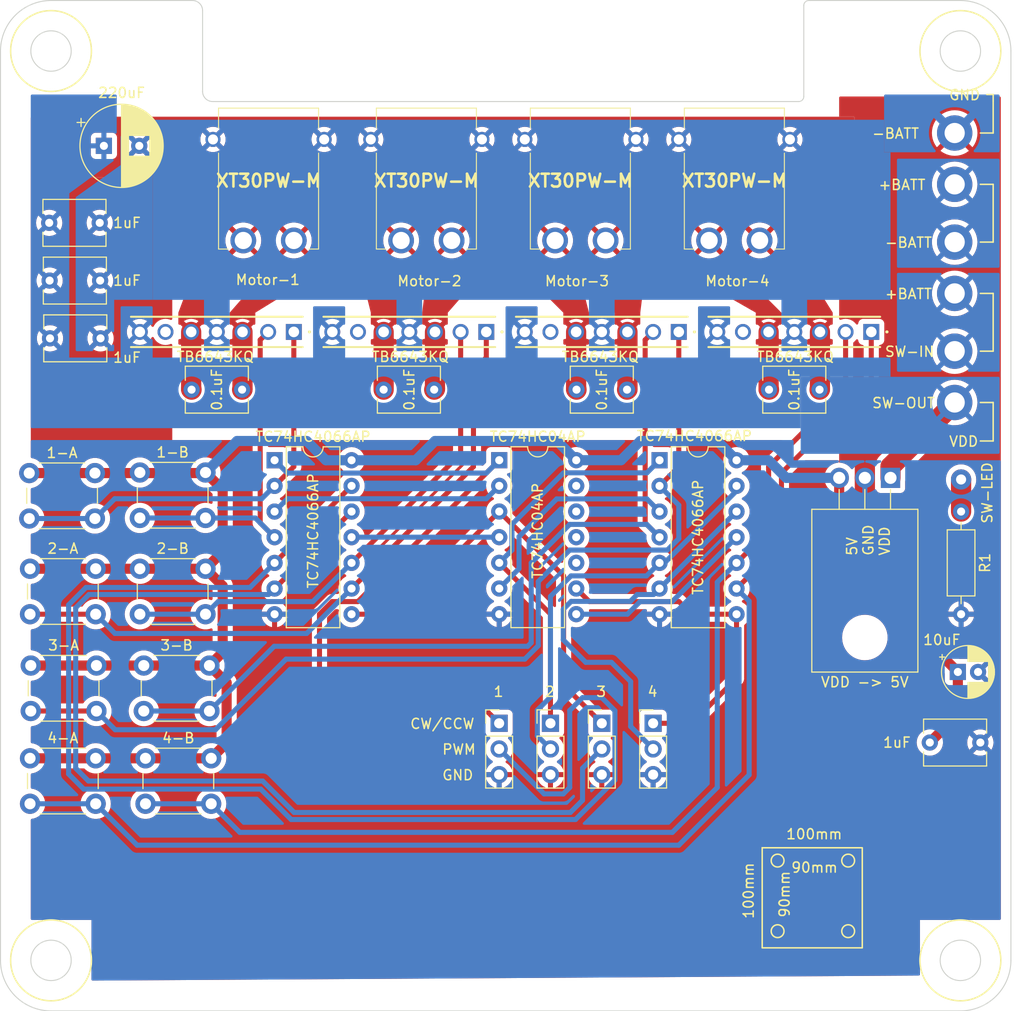
<source format=kicad_pcb>
(kicad_pcb (version 20221018) (generator pcbnew)
  (layers (0 "F.Cu" signal) (31 "B.Cu" signal) (34 "B.Paste" user) (35 "F.Paste" user) (36 "B.SilkS" user "B.Silkscreen") (37 "F.SilkS" user "F.Silkscreen") (38 "B.Mask" user) (39 "F.Mask" user) (44 "Edge.Cuts" user))
  (net 0 "")
  (net 1 "+BATT")
  (net 2 "GND")
  (net 3 "+5V")
  (net 4 "VDD")
  (net 5 "Net-(IC4-OUT1)")
  (net 6 "Net-(IC4-OUT2)")
  (net 7 "Net-(IC5-OUT1)")
  (net 8 "Net-(IC5-OUT2)")
  (net 9 "Net-(IC6-OUT1)")
  (net 10 "Net-(IC6-OUT2)")
  (net 11 "Net-(IC7-OUT1)")
  (net 12 "Net-(IC7-OUT2)")
  (net 13 "CW{slash}CCW-1")
  (net 14 "MD-1-1")
  (net 15 "r-CW{slash}CCW-1")
  (net 16 "MD-1-2")
  (net 17 "PWM-1")
  (net 18 "PWM-2")
  (net 19 "CW{slash}CCW-2")
  (net 20 "MD-2-1")
  (net 21 "MD-2-2")
  (net 22 "r-CW{slash}CCW-2")
  (net 23 "CW{slash}CCW-3")
  (net 24 "MD-3-1")
  (net 25 "r-CW{slash}CCW-3")
  (net 26 "MD-3-2")
  (net 27 "PWM-3")
  (net 28 "PWM-4")
  (net 29 "CW{slash}CCW-4")
  (net 30 "MD-4-1")
  (net 31 "MD-4-2")
  (net 32 "r-CW{slash}CCW-4")
  (net 41 "Net-(J10-Pin_1)")
  (net 42 "Net-(J11-Pin_1)")
  (footprint "Capacitor_THT:C_Disc_D6.0mm_W4.4mm_P5.00mm" (layer "F.Cu") (at 112.475 91.44)
    (fp_text reference "1uF")
    (fp_text value "1u")
  )
  (footprint "Connector_PinHeader_2.54mm:PinHeader_1x03_P2.54mm_Vertical" (layer "F.Cu") (at 69.85 89.535)
    (fp_text reference "J1" hide)
    (fp_text value "Conn_01x03_Pin")
  )
  (footprint "Capacitor_THT:C_Disc_D6.0mm_W4.4mm_P5.00mm" (layer "F.Cu") (at 82.51 56.515 180)
    (fp_text reference "0.1uF" hide)
    (fp_text value "0.1u")
  )
  (footprint "Capacitor_THT:C_Disc_D6.0mm_W4.4mm_P5.00mm" (layer "F.Cu") (at 63.42 56.515 180)
    (fp_text reference "0.1uF" hide)
    (fp_text value "0.1u")
  )
  (footprint "Package_TO_SOT_THT:TO-220F-3_Horizontal_TabDown" (layer "F.Cu") (at 108.585 65.245 180)
    (fp_text reference "VDD -> 5V")
    (fp_text value "NJM7805FA")
  )
  (footprint "TB6643KQ:TB6643KQ" (layer "F.Cu") (at 106.68 50.8 180)
    (fp_text reference "TB6643KQ" hide)
    (fp_text value "TB6643KQ" hide)
  )
  (footprint "Capacitor_THT:C_Disc_D6.0mm_W4.4mm_P5.00mm" (layer "F.Cu") (at 101.56 56.515 180)
    (fp_text reference "0.1uF" hide)
    (fp_text value "0.1u")
  )
  (footprint "Connector_PinHeader_2.54mm:PinHeader_1x03_P2.54mm_Vertical" (layer "F.Cu") (at 80.01 89.535)
    (fp_text reference "J3" hide)
    (fp_text value "Conn_01x03_Pin")
  )
  (footprint "Package_DIP:DIP-14_W7.62mm" (layer "F.Cu") (at 47.625 63.5)
    (fp_text reference "TC74HC4066AP")
    (fp_text value "TC74HC4066AP_F_")
  )
  (footprint "Button_Switch_THT:SW_PUSH_6mm" (layer "F.Cu") (at 34.29 74.24)
    (fp_text reference "2-B")
    (fp_text value "SW_Push")
  )
  (footprint "Button_Switch_THT:SW_PUSH_6mm" (layer "F.Cu") (at 23.345 64.77)
    (fp_text reference "1-A")
    (fp_text value "SW_Push")
  )
  (footprint "Package_DIP:DIP-14_W7.62mm" (layer "F.Cu") (at 85.725 63.5)
    (fp_text reference "TC74HC4066AP")
    (fp_text value "TC74HC4066AP_F_")
  )
  (footprint "Library:batterySoruce" (layer "F.Cu") (at 114.935 44.45 90)
    (fp_text reference "J9" hide)
    (fp_text value "Conn_01x02_Pin")
  )
  (footprint "Capacitor_THT:CP_Radial_D8.0mm_P3.50mm" (layer "F.Cu") (at 30.732349 32.385)
    (fp_text reference "220uF")
    (fp_text value "220u")
  )
  (footprint "Capacitor_THT:C_Disc_D6.0mm_W4.4mm_P5.00mm" (layer "F.Cu") (at 25.4 51.435)
    (fp_text reference "1uF")
    (fp_text value "1u")
  )
  (footprint "Package_DIP:DIP-14_W7.62mm" (layer "F.Cu") (at 69.86 63.495)
    (fp_text reference "TC74HC04AP")
    (fp_text value "TC74HC04AP")
  )
  (footprint "led:led_conn" (layer "F.Cu") (at 115.57 60.325)
    (fp_text reference "J11" hide)
    (fp_text value "Conn_01x01_Pin")
  )
  (footprint "XT30PW-M:XT30PWM" (layer "F.Cu") (at 47.03 35.838)
    (fp_text reference "XT30PW-M")
    (fp_text value "XT30PW-M" hide)
  )
  (footprint "XT30PW-M:XT30PWM" (layer "F.Cu") (at 62.65 35.838)
    (fp_text reference "XT30PW-M")
    (fp_text value "XT30PW-M" hide)
  )
  (footprint "XT30PW-M:XT30PWM" (layer "F.Cu") (at 93.13 35.838)
    (fp_text reference "XT30PW-M")
    (fp_text value "XT30PW-M" hide)
  )
  (footprint "Button_Switch_THT:SW_PUSH_6mm" (layer "F.Cu") (at 23.495 83.82)
    (fp_text reference "3-A")
    (fp_text value "SW_Push")
  )
  (footprint "Connector_PinHeader_2.54mm:PinHeader_1x03_P2.54mm_Vertical" (layer "F.Cu") (at 74.93 89.535)
    (fp_text reference "J2" hide)
    (fp_text value "Conn_01x03_Pin")
  )
  (footprint "Capacitor_THT:C_Disc_D6.0mm_W4.4mm_P5.00mm" (layer "F.Cu") (at 25.36 45.72)
    (fp_text reference "1uF")
    (fp_text value "1u")
  )
  (footprint "Button_Switch_THT:SW_PUSH_6mm" (layer "F.Cu") (at 23.42 74.24)
    (fp_text reference "2-A")
    (fp_text value "SW_Push")
  )
  (footprint "Connector_PinHeader_2.54mm:PinHeader_1x03_P2.54mm_Vertical" (layer "F.Cu") (at 85.09 89.535)
    (fp_text reference "J4" hide)
    (fp_text value "Conn_01x03_Pin")
  )
  (footprint "Library:batterySoruce" (layer "F.Cu") (at 114.935 33.655 90)
    (fp_text reference "J10" hide)
    (fp_text value "Conn_01x02_Pin")
  )
  (footprint "TB6643KQ:TB6643KQ" (layer "F.Cu") (at 68.58 50.8 180)
    (fp_text reference "IC5" hide)
    (fp_text value "TB6643KQ" hide)
  )
  (footprint "Capacitor_THT:C_Disc_D6.0mm_W4.4mm_P5.00mm" (layer "F.Cu") (at 25.32 40.005)
    (fp_text reference "1uF")
    (fp_text value "1u")
  )
  (footprint "TB6643KQ:TB6643KQ" (layer "F.Cu") (at 87.63 50.8 180)
    (fp_text reference "IC6" hide)
    (fp_text value "TB6643KQ" hide)
  )
  (footprint "Button_Switch_THT:SW_PUSH_6mm" (layer "F.Cu") (at 34.85 93)
    (fp_text reference "4-B")
    (fp_text value "SW_Push")
  )
  (footprint "Capacitor_THT:CP_Radial_D5.0mm_P2.00mm" (layer "F.Cu") (at 115.249888 84.455)
    (fp_text reference "10uF")
    (fp_text value "10u")
  )
  (footprint "Button_Switch_THT:SW_PUSH_6mm" (layer "F.Cu") (at 34.68 83.82)
    (fp_text reference "3-B")
    (fp_text value "SW_Push")
  )
  (footprint "TB6643KQ:TB6643KQ" (layer "F.Cu") (at 49.53 50.8 180)
    (fp_text reference "IC4" hide)
    (fp_text value "TB6643KQ" hide)
  )
  (footprint "Capacitor_THT:C_Disc_D6.0mm_W4.4mm_P5.00mm" (layer "F.Cu") (at 44.41 56.515 180)
    (fp_text reference "0.1uF" hide)
    (fp_text value "0.1u")
  )
  (footprint "Library:batterySoruce" (layer "F.Cu") (at 114.935 55.245 -90)
    (fp_text reference "SW9" hide)
    (fp_text value "SW_Push")
  )
  (footprint "Button_Switch_THT:SW_PUSH_6mm" (layer "F.Cu") (at 23.42 93)
    (fp_text reference "4-A")
    (fp_text value "SW_Push")
  )
  (footprint "Resistor_THT:R_Axial_DIN0207_L6.3mm_D2.5mm_P10.16mm_Horizontal" (layer "F.Cu") (at 115.57 68.58 -90)
    (fp_text reference "R1")
    (fp_text value "R")
  )
  (footprint "XT30PW-M:XT30PWM" (layer "F.Cu") (at 77.89 35.838)
    (fp_text reference "XT30PW-M")
    (fp_text value "XT30PW-M" hide)
  )
  (footprint "Button_Switch_THT:SW_PUSH_6mm" (layer "F.Cu") (at 34.29 64.715)
    (fp_text reference "1-B")
    (fp_text value "SW_Push")
  )
  (gr_line (start 117.475 31.115) (end 118.745 31.115) (stroke (width 0.15)) (layer "F.SilkS"))
  (gr_line (start 118.745 61.595) (end 117.475 61.595) (stroke (width 0.15)) (layer "F.SilkS"))
  (gr_circle (center 25.5 113) (end 25.5 117) (stroke (width 0.15)) (fill none) (layer "F.SilkS"))
  (gr_line (start 118.745 41.91) (end 117.475 41.91) (stroke (width 0.15)) (layer "F.SilkS"))
  (gr_line (start 118.745 36.195) (end 118.745 41.91) (stroke (width 0.15)) (layer "F.SilkS"))
  (gr_circle (center 115.5 23) (end 115.5 19) (stroke (width 0.15)) (fill none) (layer "F.SilkS"))
  (gr_line (start 118.745 57.785) (end 118.745 61.595) (stroke (width 0.15)) (layer "F.SilkS"))
  (gr_line (start 117.475 36.195) (end 118.745 36.195) (stroke (width 0.15)) (layer "F.SilkS"))
  (gr_line (start 117.475 57.785) (end 118.745 57.785) (stroke (width 0.15)) (layer "F.SilkS"))
  (gr_circle (center 97.409 103.124) (end 97.409 102.489) (stroke (width 0.15)) (fill none) (layer "F.SilkS"))
  (gr_circle (center 97.409 110.109) (end 97.409 110.744) (stroke (width 0.15)) (fill none) (layer "F.SilkS"))
  (gr_line (start 118.745 27.94) (end 118.745 27.305) (stroke (width 0.15)) (layer "F.SilkS"))
  (gr_line (start 118.745 46.99) (end 118.745 52.705) (stroke (width 0.15)) (layer "F.SilkS"))
  (gr_circle (center 115.5 113) (end 115.5 117) (stroke (width 0.15)) (fill none) (layer "F.SilkS"))
  (gr_line (start 118.745 31.115) (end 118.745 27.94) (stroke (width 0.15)) (layer "F.SilkS"))
  (gr_rect (start 95.885 101.854) (end 105.791 111.76) (stroke (width 0.15)) (fill none) (layer "F.SilkS"))
  (gr_circle (center 104.394 103.124) (end 104.394 102.489) (stroke (width 0.15)) (fill none) (layer "F.SilkS"))
  (gr_circle (center 104.394 110.109) (end 104.394 110.744) (stroke (width 0.15)) (fill none) (layer "F.SilkS"))
  (gr_line (start 118.745 27.305) (end 118.11 27.305) (stroke (width 0.15)) (layer "F.SilkS"))
  (gr_line (start 118.745 52.705) (end 117.475 52.705) (stroke (width 0.15)) (layer "F.SilkS"))
  (gr_circle (center 25.5 23) (end 25.5 19) (stroke (width 0.15)) (fill none) (layer "F.SilkS"))
  (gr_line (start 117.475 46.99) (end 118.745 46.99) (stroke (width 0.15)) (layer "F.SilkS"))
  (gr_circle (center 115.5 113) (end 115.5 115) (stroke (width 0.1)) (fill none) (layer "Edge.Cuts"))
  (gr_arc (start 25.5 118) (mid 21.964466 116.535534) (end 20.5 113) (stroke (width 0.1)) (layer "Edge.Cuts"))
  (gr_line (start 25.5 118) (end 115.5 118) (stroke (width 0.1)) (layer "Edge.Cuts"))
  (gr_arc (start 100 27.5) (mid 99.853553 27.853553) (end 99.5 28) (stroke (width 0.1)) (layer "Edge.Cuts"))
  (gr_arc (start 20.5 23) (mid 21.964466 19.464466) (end 25.5 18) (stroke (width 0.1)) (layer "Edge.Cuts"))
  (gr_circle (center 25.5 23) (end 25.5 25) (stroke (width 0.1)) (fill none) (layer "Edge.Cuts"))
  (gr_arc (start 39.5 18) (mid 40.207107 18.292893) (end 40.5 19) (stroke (width 0.1)) (layer "Edge.Cuts"))
  (gr_line (start 100 27.5) (end 100 18.5) (stroke (width 0.1)) (layer "Edge.Cuts"))
  (gr_line (start 41.5 28) (end 99.5 28) (stroke (width 0.1)) (layer "Edge.Cuts"))
  (gr_line (start 120.5 23) (end 120.5 113) (stroke (width 0.1)) (layer "Edge.Cuts"))
  (gr_arc (start 115.5 18) (mid 119.035534 19.464466) (end 120.5 23) (stroke (width 0.1)) (layer "Edge.Cuts"))
  (gr_arc (start 120.5 113) (mid 119.035534 116.535534) (end 115.5 118) (stroke (width 0.1)) (layer "Edge.Cuts"))
  (gr_line (start 100.5 18) (end 115.5 18) (stroke (width 0.1)) (layer "Edge.Cuts"))
  (gr_arc (start 41.5 28) (mid 40.792893 27.707107) (end 40.5 27) (stroke (width 0.1)) (layer "Edge.Cuts"))
  (gr_arc (start 100 18.5) (mid 100.146447 18.146447) (end 100.5 18) (stroke (width 0.1)) (layer "Edge.Cuts"))
  (gr_circle (center 25.5 113) (end 25.5 115) (stroke (width 0.1)) (fill none) (layer "Edge.Cuts"))
  (gr_line (start 25.5 18) (end 39.5 18) (stroke (width 0.1)) (layer "Edge.Cuts"))
  (gr_line (start 20.5 113) (end 20.5 23) (stroke (width 0.1)) (layer "Edge.Cuts"))
  (gr_line (start 40.5 19) (end 40.5 27) (stroke (width 0.1)) (layer "Edge.Cuts"))
  (gr_circle (center 115.5 23) (end 115.5 25) (stroke (width 0.1)) (fill none) (layer "Edge.Cuts"))
  (gr_text "0.1uF" (at 60.96 56.515 90) (layer "F.SilkS") (effects (font (size 1 1))))
  (gr_text "+BATT" (at 107.95 47.625) (layer "F.SilkS") (effects (font (size 1 1)) (justify left bottom)))
  (gr_text "4" (at 84.455 86.995) (layer "F.SilkS") (effects (font (size 1 1)) (justify left bottom)))
  (gr_text "0.1uF" (at 41.91 56.515 90) (layer "F.SilkS") (effects (font (size 1 1))))
  (gr_text "Motor-1" (at 43.688 46.228) (layer "F.SilkS") (effects (font (size 1 1)) (justify left bottom)))
  (gr_text "+BATT" (at 107.315 36.83) (layer "F.SilkS") (effects (font (size 1 1)) (justify left bottom)))
  (gr_text "VDD" (at 114.3 62.23) (layer "F.SilkS") (effects (font (size 1 1)) (justify left bottom)))
  (gr_text "TC74HC4066AP" (at 51.435 70.485 90) (layer "F.SilkS") (effects (font (size 1 1))))
  (gr_text "100mm" (at 98.171 101.092) (layer "F.SilkS") (effects (font (size 1 1)) (justify left bottom)))
  (gr_text "2" (at 74.295 86.995) (layer "F.SilkS") (effects (font (size 1 1)) (justify left bottom)))
  (gr_text "-BATT" (at 107.95 42.545) (layer "F.SilkS") (effects (font (size 1 1)) (justify left bottom)))
  (gr_text "90mm" (at 98.679 104.394) (layer "F.SilkS") (effects (font (size 1 1)) (justify left bottom)))
  (gr_text "90mm" (at 98.679 108.839 90) (layer "F.SilkS") (effects (font (size 1 1)) (justify left bottom)))
  (gr_text "Motor-4" (at 90.17 46.355) (layer "F.SilkS") (effects (font (size 1 1)) (justify left bottom)))
  (gr_text "GND" (at 64.135 95.25) (layer "F.SilkS") (effects (font (size 1 1)) (justify left bottom)))
  (gr_text "CW/CCW" (at 60.96 90.17) (layer "F.SilkS") (effects (font (size 1 1)) (justify left bottom)))
  (gr_text "SW-LED" (at 118.745 69.85 90) (layer "F.SilkS") (effects (font (size 1 1)) (justify left bottom)))
  (gr_text "0.1uF" (at 80.01 56.515 90) (layer "F.SilkS") (effects (font (size 1 1))))
  (gr_text "PWM" (at 64.135 92.71) (layer "F.SilkS") (effects (font (size 1 1)) (justify left bottom)))
  (gr_text "100mm" (at 95.123 108.966 90) (layer "F.SilkS") (effects (font (size 1 1)) (justify left bottom)))
  (gr_text "TC74HC4066AP" (at 89.535 71.12 90) (layer "F.SilkS") (effects (font (size 1 1))))
  (gr_text "3" (at 79.375 86.995) (layer "F.SilkS") (effects (font (size 1 1)) (justify left bottom)))
  (gr_text "SW-IN" (at 107.95 53.34) (layer "F.SilkS") (effects (font (size 1 1)) (justify left bottom)))
  (gr_text "1" (at 69.215 86.995) (layer "F.SilkS") (effects (font (size 1 1)) (justify left bottom)))
  (gr_text "-BATT" (at 106.68 31.75) (layer "F.SilkS") (effects (font (size 1 1)) (justify left bottom)))
  (gr_text "GND" (at 114.3 27.94) (layer "F.SilkS") (effects (font (size 1 1)) (justify left bottom)))
  (gr_text "Motor-3" (at 74.295 46.355) (layer "F.SilkS") (effects (font (size 1 1)) (justify left bottom)))
  (gr_text "5V\nGND\nVDD" (at 108.585 73.025 90) (layer "F.SilkS") (effects (font (size 1 1)) (justify left bottom)))
  (gr_text "TC74HC04AP" (at 73.66 70.485 90) (layer "F.SilkS") (effects (font (size 1 1))))
  (gr_text "TB6643KQ" (at 75.946 53.848) (layer "F.SilkS") (effects (font (size 1 1)) (justify left bottom)))
  (gr_text "TB6643KQ" (at 95.25 53.848) (layer "F.SilkS") (effects (font (size 1 1)) (justify left bottom)))
  (gr_text "TB6643KQ" (at 37.846 53.848) (layer "F.SilkS") (effects (font (size 1 1)) (justify left bottom)))
  (gr_text "0.1uF" (at 99.06 56.515 90) (layer "F.SilkS") (effects (font (size 1 1))))
  (gr_text "SW-OUT" (at 106.68 58.42) (layer "F.SilkS") (effects (font (size 1 1)) (justify left bottom)))
  (gr_text "Motor-2" (at 59.69 46.355) (layer "F.SilkS") (effects (font (size 1 1)) (justify left bottom)))
  (gr_text "TB6643KQ" (at 57.15 53.848) (layer "F.SilkS") (effects (font (size 1 1)) (justify left bottom)))
  (segment (start 106.045 68.545) (end 106.5 69) (width 2) (layer "F.Cu") (net 2))
  (segment (start 106.045 65.245) (end 106.045 60.955) (width 2) (layer "F.Cu") (net 2))
  (segment (start 106.045 60.955) (end 107 60) (width 2) (layer "F.Cu") (net 2))
  (segment (start 106.045 65.245) (end 106.045 68.545) (width 2) (layer "F.Cu") (net 2))
  (segment (start 42.88 85.52) (end 42.88 91.47) (width 1) (layer "F.Cu") (net 3))
  (segment (start 103.505 72.710112) (end 115.249888 84.455) (width 1) (layer "F.Cu") (net 3))
  (segment (start 23.495 83.82) (end 41.18 83.82) (width 1) (layer "F.Cu") (net 3))
  (segment (start 41.18 83.82) (end 42.88 85.52) (width 1) (layer "F.Cu") (net 3))
  (segment (start 40.79 74.24) (end 42.49 75.94) (width 1) (layer "F.Cu") (net 3))
  (segment (start 112.475 91.44) (end 115.249888 88.665112) (width 1) (layer "F.Cu") (net 3))
  (segment (start 40.79 64.715) (end 42.49 66.415) (width 1) (layer "F.Cu") (net 3))
  (segment (start 23.42 93) (end 41.35 93) (width 1) (layer "F.Cu") (net 3))
  (segment (start 42.49 82.51) (end 41.18 83.82) (width 1) (layer "F.Cu") (net 3))
  (segment (start 103.505 65.245) (end 103.505 72.710112) (width 1) (layer "F.Cu") (net 3))
  (segment (start 42.49 72.54) (end 40.79 74.24) (width 1) (layer "F.Cu") (net 3))
  (segment (start 40.735 64.77) (end 40.79 64.715) (width 1) (layer "F.Cu") (net 3))
  (segment (start 115.249888 88.665112) (end 115.249888 84.455) (width 1) (layer "F.Cu") (net 3))
  (segment (start 42.49 66.415) (end 42.49 72.54) (width 1) (layer "F.Cu") (net 3))
  (segment (start 23.345 64.77) (end 40.735 64.77) (width 1) (layer "F.Cu") (net 3))
  (segment (start 42.88 91.47) (end 41.35 93) (width 1) (layer "F.Cu") (net 3))
  (segment (start 23.42 74.24) (end 40.79 74.24) (width 1) (layer "F.Cu") (net 3))
  (segment (start 42.49 75.94) (end 42.49 82.51) (width 1) (layer "F.Cu") (net 3))
  (segment (start 91.44 61.595) (end 93.345 63.5) (width 1) (layer "B.Cu") (net 3))
  (segment (start 43.91 61.595) (end 40.79 64.715) (width 1) (layer "B.Cu") (net 3))
  (segment (start 55.245 63.5) (end 52.705 63.5) (width 1) (layer "B.Cu") (net 3))
  (segment (start 52.705 63.5) (end 50.8 61.595) (width 1) (layer "B.Cu") (net 3))
  (segment (start 55.245 63.5) (end 61.595 63.5) (width 1) (layer "B.Cu") (net 3))
  (segment (start 63.5 61.595) (end 75.58 61.595) (width 1) (layer "B.Cu") (net 3))
  (segment (start 77.48 63.495) (end 81.92 63.495) (width 1) (layer "B.Cu") (net 3))
  (segment (start 93.345 63.5) (end 96.52 63.5) (width 1) (layer "B.Cu") (net 3))
  (segment (start 81.92 63.495) (end 83.82 61.595) (width 1) (layer "B.Cu") (net 3))
  (segment (start 50.8 61.595) (end 43.91 61.595) (width 1) (layer "B.Cu") (net 3))
  (segment (start 75.58 61.595) (end 77.48 63.495) (width 1) (layer "B.Cu") (net 3))
  (segment (start 98.265 65.245) (end 103.505 65.245) (width 1) (layer "B.Cu") (net 3))
  (segment (start 96.52 63.5) (end 98.265 65.245) (width 1) (layer "B.Cu") (net 3))
  (segment (start 29.9 64.715) (end 29.845 64.77) (width 1) (layer "B.Cu") (net 3))
  (segment (start 61.595 63.5) (end 63.5 61.595) (width 1) (layer "B.Cu") (net 3))
  (segment (start 83.82 61.595) (end 91.44 61.595) (width 1) (layer "B.Cu") (net 3))
  (segment (start 108.585 65.245) (end 108.585 64.135) (width 2) (layer "F.Cu") (net 4))
  (segment (start 108.585 64.135) (end 114.935 57.785) (width 2) (layer "F.Cu") (net 4))
  (segment (start 44.45 50.8) (end 44.45 56.475) (width 2) (layer "F.Cu") (net 5))
  (segment (start 44.45 56.475) (end 44.41 56.515) (width 2) (layer "F.Cu") (net 5))
  (segment (start 39.37 56.475) (end 39.41 56.515) (width 2) (layer "F.Cu") (net 6))
  (segment (start 39.37 50.8) (end 39.37 56.475) (width 2) (layer "F.Cu") (net 6))
  (segment (start 63.5 56.435) (end 63.42 56.515) (width 2) (layer "F.Cu") (net 7))
  (segment (start 63.5 50.8) (end 63.5 56.435) (width 2) (layer "F.Cu") (net 7))
  (segment (start 58.42 50.8) (end 58.42 56.515) (width 2) (layer "F.Cu") (net 8))
  (segment (start 82.55 56.475) (end 82.51 56.515) (width 2) (layer "F.Cu") (net 9))
  (segment (start 82.55 50.8) (end 82.55 56.475) (width 2) (layer "F.Cu") (net 9))
  (segment (start 77.47 56.475) (end 77.51 56.515) (width 2) (layer "F.Cu") (net 10))
  (segment (start 77.47 50.8) (end 77.47 56.475) (width 2) (layer "F.Cu") (net 10))
  (segment (start 101.6 50.8) (end 101.6 56.475) (width 2) (layer "F.Cu") (net 11))
  (segment (start 101.6 56.475) (end 101.56 56.515) (width 2) (layer "F.Cu") (net 11))
  (segment (start 96.52 50.8) (end 96.52 56.475) (width 2) (layer "F.Cu") (net 12))
  (segment (start 96.52 56.475) (end 96.56 56.515) (width 2) (layer "F.Cu") (net 12))
  (segment (start 52.07 86.36) (end 52.07 78.74) (width 0.5) (layer "F.Cu") (net 13))
  (segment (start 52.07 78.74) (end 53.32 77.49) (width 0.5) (layer "F.Cu") (net 13))
  (segment (start 55.865 77.49) (end 69.86 63.495) (width 0.5) (layer "F.Cu") (net 13))
  (segment (start 53.517475 87.807475) (end 52.07 86.36) (width 0.5) (layer "F.Cu") (net 13))
  (segment (start 68.122475 87.807475) (end 53.517475 87.807475) (width 0.5) (layer "F.Cu") (net 13))
  (segment (start 53.32 77.49) (end 55.865 77.49) (width 0.5) (layer "F.Cu") (net 13))
  (segment (start 69.85 89.535) (end 68.122475 87.807475) (width 0.5) (layer "F.Cu") (net 13))
  (segment (start 48.895 64.77) (end 47.625 63.5) (width 0.5) (layer "B.Cu") (net 13))
  (segment (start 69.86 63.495) (end 68.585 64.77) (width 0.5) (layer "B.Cu") (net 13))
  (segment (start 68.585 64.77) (end 48.895 64.77) (width 0.5) (layer "B.Cu") (net 13))
  (segment (start 49.53 64.135) (end 47.625 66.04) (width 0.5) (layer "F.Cu") (net 14))
  (segment (start 49.53 50.8) (end 49.53 64.135) (width 0.5) (layer "F.Cu") (net 14))
  (segment (start 46.355 67.31) (end 47.625 66.04) (width 0.5) (layer "B.Cu") (net 14))
  (segment (start 31.805 67.31) (end 46.355 67.31) (width 0.5) (layer "B.Cu") (net 14))
  (segment (start 23.345 69.27) (end 29.845 69.27) (width 0.5) (layer "B.Cu") (net 14))
  (segment (start 29.845 69.27) (end 31.805 67.31) (width 0.5) (layer "B.Cu") (net 14))
  (segment (start 47.625 68.58) (end 48.895 67.31) (width 0.5) (layer "B.Cu") (net 15))
  (segment (start 48.895 67.31) (end 68.585 67.31) (width 0.5) (layer "B.Cu") (net 15))
  (segment (start 68.585 67.31) (end 69.86 66.035) (width 0.5) (layer "B.Cu") (net 15))
  (segment (start 46.2025 69.6975) (end 47.625 71.12) (width 0.5) (layer "F.Cu") (net 16))
  (segment (start 46.2025 51.5875) (end 46.2025 69.6975) (width 0.5) (layer "F.Cu") (net 16))
  (segment (start 46.99 50.8) (end 46.2025 51.5875) (width 0.5) (layer "F.Cu") (net 16))
  (segment (start 45.72 69.215) (end 47.625 71.12) (width 0.5) (layer "B.Cu") (net 16))
  (segment (start 40.79 69.215) (end 45.72 69.215) (width 0.5) (layer "B.Cu") (net 16))
  (segment (start 34.29 69.215) (end 40.79 69.215) (width 0.5) (layer "B.Cu") (net 16))
  (segment (start 47.625 73.66) (end 55.245 66.04) (width 0.5) (layer "F.Cu") (net 17))
  (segment (start 76.835 95.885) (end 76.2 96.52) (width 0.5) (layer "B.Cu") (net 17))
  (segment (start 78.105 86.995) (end 76.835 88.265) (width 0.5) (layer "B.Cu") (net 17))
  (segment (start 27.24 77.81505) (end 27.24 94.55) (width 0.5) (layer "B.Cu") (net 17))
  (segment (start 76.835 88.265) (end 76.835 95.885) (width 0.5) (layer "B.Cu") (net 17))
  (segment (start 77.403478 99.06) (end 81.31 95.153478) (width 0.5) (layer "B.Cu") (net 17))
  (segment (start 76.2 96.52) (end 74.295 96.52) (width 0.5) (layer "B.Cu") (net 17))
  (segment (start 47.625 73.66) (end 45.195 76.09) (width 0.5) (layer "B.Cu") (net 17))
  (segment (start 27.24 94.55) (end 28.74 96.05) (width 0.5) (layer "B.Cu") (net 17))
  (segment (start 49.267651 99.06) (end 77.403478 99.06) (width 0.5) (layer "B.Cu") (net 17))
  (segment (start 80.01 86.995) (end 78.105 86.995) (width 0.5) (layer "B.Cu") (net 17))
  (segment (start 28.96505 76.09) (end 27.24 77.81505) (width 0.5) (layer "B.Cu") (net 17))
  (segment (start 28.74 96.05) (end 46.257651 96.05) (width 0.5) (layer "B.Cu") (net 17))
  (segment (start 74.295 96.52) (end 69.85 92.075) (width 0.5) (layer "B.Cu") (net 17))
  (segment (start 81.31 95.153478) (end 81.31 88.295) (width 0.5) (layer "B.Cu") (net 17))
  (segment (start 46.257651 96.05) (end 49.267651 99.06) (width 0.5) (layer "B.Cu") (net 17))
  (segment (start 45.195 76.09) (end 28.96505 76.09) (width 0.5) (layer "B.Cu") (net 17))
  (segment (start 81.31 88.295) (end 80.01 86.995) (width 0.5) (layer "B.Cu") (net 17))
  (segment (start 55.245 68.58) (end 47.625 76.2) (width 0.5) (layer "F.Cu") (net 18))
  (segment (start 27.94 93.98) (end 29.21 95.25) (width 0.5) (layer "B.Cu") (net 18))
  (segment (start 29.21 95.25) (end 46.447601 95.25) (width 0.5) (layer "B.Cu") (net 18))
  (segment (start 27.94 78.105) (end 27.94 93.98) (width 0.5) (layer "B.Cu") (net 18))
  (segment (start 78.105 93.98) (end 80.01 92.075) (width 0.5) (layer "B.Cu") (net 18))
  (segment (start 29.255 76.79) (end 27.94 78.105) (width 0.5) (layer "B.Cu") (net 18))
  (segment (start 47.625 76.2) (end 47.035 76.79) (width 0.5) (layer "B.Cu") (net 18))
  (segment (start 78.105 97.155) (end 78.105 93.98) (width 0.5) (layer "B.Cu") (net 18))
  (segment (start 47.035 76.79) (end 29.255 76.79) (width 0.5) (layer "B.Cu") (net 18))
  (segment (start 76.9 98.36) (end 78.105 97.155) (width 0.5) (layer "B.Cu") (net 18))
  (segment (start 49.557601 98.36) (end 76.9 98.36) (width 0.5) (layer "B.Cu") (net 18))
  (segment (start 46.447601 95.25) (end 49.557601 98.36) (width 0.5) (layer "B.Cu") (net 18))
  (segment (start 76.23 74.945) (end 69.86 68.575) (width 0.5) (layer "F.Cu") (net 19))
  (segment (start 69.86 68.575) (end 69.855 68.575) (width 0.5) (layer "F.Cu") (net 19))
  (segment (start 69.855 68.575) (end 59.69 78.74) (width 0.5) (layer "F.Cu") (net 19))
  (segment (start 76.23 85.755) (end 76.23 74.945) (width 0.5) (layer "F.Cu") (net 19))
  (segment (start 80.01 89.535) (end 76.23 85.755) (width 0.5) (layer "F.Cu") (net 19))
  (segment (start 59.69 78.74) (end 55.245 78.74) (width 0.5) (layer "F.Cu") (net 19))
  (segment (start 68.58 53.34) (end 67.31 54.61) (width 0.5) (layer "F.Cu") (net 20))
  (segment (start 67.31 64.135) (end 55.245 76.2) (width 0.5) (layer "F.Cu") (net 20))
  (segment (start 23.42 78.74) (end 29.92 78.74) (width 0.5) (layer "F.Cu") (net 20))
  (segment (start 68.58 50.8) (end 68.58 53.34) (width 0.5) (layer "F.Cu") (net 20))
  (segment (start 67.31 54.61) (end 67.31 64.135) (width 0.5) (layer "F.Cu") (net 20))
  (segment (start 29.92 78.74) (end 31.825 80.645) (width 0.5) (layer "B.Cu") (net 20))
  (segment (start 50.8 80.645) (end 55.245 76.2) (width 0.5) (layer "B.Cu") (net 20))
  (segment (start 31.825 80.645) (end 50.8 80.645) (width 0.5) (layer "B.Cu") (net 20))
  (segment (start 66.04 62.865) (end 55.245 73.66) (width 0.5) (layer "F.Cu") (net 21))
  (segment (start 66.04 50.8) (end 66.04 62.865) (width 0.5) (layer "F.Cu") (net 21))
  (segment (start 42.04 77.49) (end 51.415 77.49) (width 0.5) (layer "B.Cu") (net 21))
  (segment (start 40.79 78.74) (end 42.04 77.49) (width 0.5) (layer "B.Cu") (net 21))
  (segment (start 51.415 77.49) (end 55.245 73.66) (width 0.5) (layer "B.Cu") (net 21))
  (segment (start 34.29 78.74) (end 40.79 78.74) (width 0.5) (layer "B.Cu") (net 21))
  (segment (start 69.86 71.115) (end 55.25 71.115) (width 0.5) (layer "B.Cu") (net 22))
  (segment (start 55.25 71.115) (end 55.245 71.12) (width 0.5) (layer "B.Cu") (net 22))
  (segment (start 74.93 78.725) (end 69.86 73.655) (width 0.5) (layer "F.Cu") (net 23))
  (segment (start 74.93 89.535) (end 74.93 78.725) (width 0.5) (layer "F.Cu") (net 23))
  (segment (start 69.86 73.655) (end 71.12 72.395) (width 0.5) (layer "B.Cu") (net 23))
  (segment (start 84.48 64.745) (end 85.725 63.5) (width 0.5) (layer "B.Cu") (net 23))
  (segment (start 76.225 64.745) (end 84.48 64.745) (width 0.5) (layer "B.Cu") (net 23))
  (segment (start 71.12 69.85) (end 76.225 64.745) (width 0.5) (layer "B.Cu") (net 23))
  (segment (start 71.12 72.395) (end 71.12 69.85) (width 0.5) (layer "B.Cu") (net 23))
  (segment (start 23.495 88.32) (end 29.995 88.32) (width 0.5) (layer "F.Cu") (net 24))
  (segment (start 87.63 50.8) (end 87.63 64.135) (width 0.5) (layer "F.Cu") (net 24))
  (segment (start 87.63 64.135) (end 85.725 66.04) (width 0.5) (layer "F.Cu") (net 24))
  (segment (start 87.63 71.257233) (end 87.63 67.945) (width 0.5) (layer "B.Cu") (net 24))
  (segment (start 29.995 88.32) (end 31.845 90.17) (width 0.5) (layer "B.Cu") (net 24))
  (segment (start 87.63 67.945) (end 85.725 66.04) (width 0.5) (layer "B.Cu") (net 24))
  (segment (start 72.39 83.185) (end 73.725 81.849999) (width 0.5) (layer "B.Cu") (net 24))
  (segment (start 73.725 81.849999) (end 73.725 75.5) (width 0.5) (layer "B.Cu") (net 24))
  (segment (start 41.777652 90.17) (end 48.762652 83.185) (width 0.5) (layer "B.Cu") (net 24))
  (segment (start 48.762652 83.185) (end 72.39 83.185) (width 0.5) (layer "B.Cu") (net 24))
  (segment (start 76.835 72.39) (end 86.497233 72.39) (width 0.5) (layer "B.Cu") (net 24))
  (segment (start 86.497233 72.39) (end 87.63 71.257233) (width 0.5) (layer "B.Cu") (net 24))
  (segment (start 73.725 75.5) (end 76.835 72.39) (width 0.5) (layer "B.Cu") (net 24))
  (segment (start 31.845 90.17) (end 41.777652 90.17) (width 0.5) (layer "B.Cu") (net 24))
  (segment (start 71.82 71.055) (end 75.55 67.325) (width 0.5) (layer "B.Cu") (net 25))
  (segment (start 75.55 67.325) (end 84.47 67.325) (width 0.5) (layer "B.Cu") (net 25))
  (segment (start 84.47 67.325) (end 85.725 68.58) (width 0.5) (layer "B.Cu") (net 25))
  (segment (start 69.86 76.195) (end 69.86 76.19) (width 0.5) (layer "B.Cu") (net 25))
  (segment (start 71.82 74.23) (end 71.82 71.055) (width 0.5) (layer "B.Cu") (net 25))
  (segment (start 69.86 76.19) (end 71.82 74.23) (width 0.5) (layer "B.Cu") (net 25))
  (segment (start 84.3025 69.6975) (end 85.725 71.12) (width 0.5) (layer "F.Cu") (net 26))
  (segment (start 84.3025 51.5875) (end 84.3025 69.6975) (width 0.5) (layer "F.Cu") (net 26))
  (segment (start 85.09 50.8) (end 84.3025 51.5875) (width 0.5) (layer "F.Cu") (net 26))
  (segment (start 73.025 81.56005) (end 73.025 73.66) (width 0.5) (layer "B.Cu") (net 26))
  (segment (start 76.835 69.85) (end 84.455 69.85) (width 0.5) (layer "B.Cu") (net 26))
  (segment (start 41.18 88.32) (end 47.585 81.915) (width 0.5) (layer "B.Cu") (net 26))
  (segment (start 34.68 88.32) (end 41.18 88.32) (width 0.5) (layer "B.Cu") (net 26))
  (segment (start 72.67005 81.915) (end 73.025 81.56005) (width 0.5) (layer "B.Cu") (net 26))
  (segment (start 47.585 81.915) (end 72.67005 81.915) (width 0.5) (layer "B.Cu") (net 26))
  (segment (start 84.455 69.85) (end 85.725 71.12) (width 0.5) (layer "B.Cu") (net 26))
  (segment (start 73.025 73.66) (end 76.835 69.85) (width 0.5) (layer "B.Cu") (net 26))
  (segment (start 85.725 73.66) (end 84.44 74.945) (width 0.5) (layer "B.Cu") (net 27))
  (segment (start 73.63 90.775) (end 74.93 92.075) (width 0.5) (layer "B.Cu") (net 27))
  (segment (start 74.93 76.977233) (end 74.93 86.935) (width 0.5) (layer "B.Cu") (net 27))
  (segment (start 74.93 86.935) (end 73.63 88.235) (width 0.5) (layer "B.Cu") (net 27))
  (segment (start 93.345 66.532183) (end 86.217183 73.66) (width 0.5) (layer "B.Cu") (net 27))
  (segment (start 86.217183 73.66) (end 85.725 73.66) (width 0.5) (layer "B.Cu") (net 27))
  (segment (start 93.345 66.04) (end 93.345 66.532183) (width 0.5) (layer "B.Cu") (net 27))
  (segment (start 84.44 74.945) (end 76.962233 74.945) (width 0.5) (layer "B.Cu") (net 27))
  (segment (start 76.962233 74.945) (end 74.93 76.977233) (width 0.5) (layer "B.Cu") (net 27))
  (segment (start 73.63 88.235) (end 73.63 90.775) (width 0.5) (layer "B.Cu") (net 27))
  (segment (start 93.345 68.58) (end 85.725 76.2) (width 0.5) (layer "B.Cu") (net 28))
  (segment (start 82.83005 77.47) (end 76.977233 77.47) (width 0.5) (layer "B.Cu") (net 28))
  (segment (start 80.9625 83.5025) (end 82.8675 85.4075) (width 0.5) (layer "B.Cu") (net 28))
  (segment (start 85.725 76.2) (end 85.135 76.79) (width 0.5) (layer "B.Cu") (net 28))
  (segment (start 82.8675 85.4075) (end 82.8675 89.8525) (width 0.5) (layer "B.Cu") (net 28))
  (segment (start 83.51005 76.79) (end 82.83005 77.47) (width 0.5) (layer "B.Cu") (net 28))
  (segment (start 85.135 76.79) (end 83.51005 76.79) (width 0.5) (layer "B.Cu") (net 28))
  (segment (start 76.2 78.247233) (end 76.2 81.28) (width 0.5) (layer "B.Cu") (net 28))
  (segment (start 78.4225 83.5025) (end 80.9625 83.5025) (width 0.5) (layer "B.Cu") (net 28))
  (segment (start 76.2 81.28) (end 78.4225 83.5025) (width 0.5) (layer "B.Cu") (net 28))
  (segment (start 76.977233 77.47) (end 76.2 78.247233) (width 0.5) (layer "B.Cu") (net 28))
  (segment (start 82.8675 89.8525) (end 85.09 92.075) (width 0.5) (layer "B.Cu") (net 28))
  (segment (start 88.9 78.74) (end 93.345 78.74) (width 0.5) (layer "F.Cu") (net 29))
  (segment (start 77.48 76.195) (end 78.775 77.49) (width 0.5) (layer "F.Cu") (net 29))
  (segment (start 78.775 77.49) (end 87.65 77.49) (width 0.5) (layer "F.Cu") (net 29))
  (segment (start 88.9 89.535) (end 93.345 85.09) (width 0.5) (layer "F.Cu") (net 29))
  (segment (start 93.345 85.09) (end 93.345 78.74) (width 0.5) (layer "F.Cu") (net 29))
  (segment (start 87.65 77.49) (end 88.9 78.74) (width 0.5) (layer "F.Cu") (net 29))
  (segment (start 85.09 89.535) (end 88.9 89.535) (width 0.5) (layer "F.Cu") (net 29))
  (segment (start 97.79 71.755) (end 93.345 76.2) (width 0.5) (layer "F.Cu") (net 30))
  (segment (start 97.79 64.77) (end 97.79 71.755) (width 0.5) (layer "F.Cu") (net 30))
  (segment (start 106.68 50.8) (end 106.68 55.88) (width 0.5) (layer "F.Cu") (net 30))
  (segment (start 106.68 55.88) (end 97.79 64.77) (width 0.5) (layer "F.Cu") (net 30))
  (segment (start 94.595 94.635) (end 94.595 77.45) (width 0.5) (layer "B.Cu") (net 30))
  (segment (start 29.92 97.5) (end 34.02 101.6) (width 0.5) (layer "B.Cu") (net 30))
  (segment (start 94.595 77.45) (end 93.345 76.2) (width 0.5) (layer "B.Cu") (net 30))
  (segment (start 87.63 101.6) (end 94.595 94.635) (width 0.5) (layer "B.Cu") (net 30))
  (segment (start 23.42 97.5) (end 29.92 97.5) (width 0.5) (layer "B.Cu") (net 30))
  (segment (start 34.02 101.6) (end 87.63 101.6) (width 0.5) (layer "B.Cu") (net 30))
  (segment (start 93.345 73.66) (end 96.52 70.485) (width 0.5) (layer "F.Cu") (net 31))
  (segment (start 96.52 70.485) (end 96.52 64.135) (width 0.5) (layer "F.Cu") (net 31))
  (segment (start 104.14 56.515) (end 104.14 50.8) (width 0.5) (layer "F.Cu") (net 31))
  (segment (start 104.14 56.515) (end 96.52 64.135) (width 0.5) (layer "F.Cu") (net 31))
  (segment (start 34.85 97.5) (end 41.35 97.5) (width 0.5) (layer "B.Cu") (net 31))
  (segment (start 86.995 100.33) (end 91.44 95.885) (width 0.5) (layer "B.Cu") (net 31))
  (segment (start 44.18 100.33) (end 86.995 100.33) (width 0.5) (layer "B.Cu") (net 31))
  (segment (start 91.44 95.885) (end 91.44 75.565) (width 0.5) (layer "B.Cu") (net 31))
  (segment (start 41.35 97.5) (end 44.18 100.33) (width 0.5) (layer "B.Cu") (net 31))
  (segment (start 91.44 75.565) (end 93.345 73.66) (width 0.5) (layer "B.Cu") (net 31))
  (segment (start 77.485 78.74) (end 82.55 78.74) (width 0.5) (layer "B.Cu") (net 32))
  (segment (start 82.55 78.74) (end 83.8 77.49) (width 0.5) (layer "B.Cu") (net 32))
  (segment (start 86.975 77.49) (end 93.345 71.12) (width 0.5) (layer "B.Cu") (net 32))
  (segment (start 83.8 77.49) (end 86.975 77.49) (width 0.5) (layer "B.Cu") (net 32))
  (segment (start 77.48 78.735) (end 77.485 78.74) (width 0.5) (layer "B.Cu") (net 32))
  (segment (start 115.57 65.405) (end 115.57 68.58) (width 2) (layer "F.Cu") (net 42))
  (zone (net 2) (net_name "GND") (layer "F.Cu") (priority 16) (connect_pads (clearance 0.5)) (min_thickness 0.25) (fill yes (thermal_gap 0.5) (thermal_bridge_width 0.5) (island_removal_mode 1) (island_area_min 10))
    (polygon (pts (xy 119.5 70) (xy 119.5 27.5) (xy 103.5 27.5) (xy 103.5 70)))
  )
  (zone (net 2) (net_name "GND") (layer "F.Cu") (priority 17) (connect_pads (clearance 0.5)) (min_thickness 0.25) (fill yes (thermal_gap 0.5) (thermal_bridge_width 0.5) (island_removal_mode 1) (island_area_min 10))
    (polygon (pts (xy 105 29.5) (xy 23.5 29.5) (xy 23.5 37) (xy 105 37)))
  )
  (zone (net 6) (net_name "Net-(IC4-OUT2)") (layer "F.Cu") (priority 1) (connect_pads (clearance 0.5)) (min_thickness 0.25) (fill yes (thermal_gap 0.5) (thermal_bridge_width 0.5) (island_removal_mode 1) (island_area_min 10))
    (polygon (pts (xy 40.64 52.07) (xy 40.64 48.895) (xy 46.99 43.815) (xy 46.99 38.1) (xy 40.005 38.1) (xy 40.005 43.815) (xy 38.1 48.895) (xy 38.1 52.07)))
  )
  (zone (net 11) (net_name "Net-(IC7-OUT1)") (layer "F.Cu") (priority 7) (connect_pads (clearance 0.5)) (min_thickness 0.25) (fill yes (thermal_gap 0.5) (thermal_bridge_width 0.5) (island_removal_mode 1) (island_area_min 10))
    (polygon (pts (xy 93.345 38.1) (xy 93.345 43.815) (xy 100.33 48.895) (xy 100.33 52.07) (xy 102.87 52.07) (xy 102.87 48.895) (xy 99.695 43.815) (xy 99.695 38.1)))
  )
  (zone (net 7) (net_name "Net-(IC5-OUT1)") (layer "F.Cu") (priority 3) (connect_pads (clearance 0.5)) (min_thickness 0.25) (fill yes (thermal_gap 0.5) (thermal_bridge_width 0.5) (island_removal_mode 1) (island_area_min 10))
    (polygon (pts (xy 62.865 38.1) (xy 69.215 38.1) (xy 69.215 43.815) (xy 64.77 48.895) (xy 64.77 52.07) (xy 62.23 52.07) (xy 62.23 48.895) (xy 62.865 43.815)))
  )
  (zone (net 8) (net_name "Net-(IC5-OUT2)") (layer "F.Cu") (priority 2) (connect_pads (clearance 0.5)) (min_thickness 0.25) (fill yes (thermal_gap 0.5) (thermal_bridge_width 0.5) (island_removal_mode 1) (island_area_min 10))
    (polygon (pts (xy 55.88 43.815) (xy 55.88 38.1) (xy 62.23 38.1) (xy 62.23 43.815) (xy 59.69 48.895) (xy 59.69 52.07) (xy 57.15 52.07) (xy 57.15 48.895)))
  )
  (zone (net 12) (net_name "Net-(IC7-OUT2)") (layer "F.Cu") (priority 6) (connect_pads (clearance 0.5)) (min_thickness 0.25) (fill yes (thermal_gap 0.5) (thermal_bridge_width 0.5) (island_removal_mode 1) (island_area_min 10))
    (polygon (pts (xy 86.36 38.1) (xy 86.36 43.815) (xy 95.25 48.895) (xy 95.25 52.07) (xy 97.79 52.07) (xy 97.79 48.895) (xy 92.71 43.815) (xy 92.71 38.1)))
  )
  (zone (net 5) (net_name "Net-(IC4-OUT1)") (layer "F.Cu") (connect_pads (clearance 0.5)) (min_thickness 0.25) (fill yes (thermal_gap 0.5) (thermal_bridge_width 0.5) (island_removal_mode 1) (island_area_min 10))
    (polygon (pts (xy 53.975 38.1) (xy 53.975 43.815) (xy 45.72 48.895) (xy 45.72 52.07) (xy 43.18 52.07) (xy 43.18 48.895) (xy 47.625 43.815) (xy 47.625 38.1)))
  )
  (zone (net 10) (net_name "Net-(IC6-OUT2)") (layer "F.Cu") (priority 4) (connect_pads (clearance 0.5)) (min_thickness 0.25) (fill yes (thermal_gap 0.5) (thermal_bridge_width 0.5) (island_removal_mode 1) (island_area_min 10))
    (polygon (pts (xy 71.12 38.1) (xy 71.12 43.815) (xy 76.2 48.895) (xy 76.2 52.07) (xy 78.74 52.07) (xy 78.74 48.895) (xy 77.47 43.815) (xy 77.47 38.1)))
  )
  (zone (net 9) (net_name "Net-(IC6-OUT1)") (layer "F.Cu") (priority 5) (connect_pads (clearance 0.5)) (min_thickness 0.25) (fill yes (thermal_gap 0.5) (thermal_bridge_width 0.5) (island_removal_mode 1) (island_area_min 10))
    (polygon (pts (xy 78.105 38.1) (xy 78.105 43.815) (xy 81.28 48.895) (xy 81.28 52.07) (xy 83.82 52.07) (xy 83.82 48.895) (xy 84.455 43.815) (xy 84.455 38.1)))
  )
  (zone (net 2) (net_name "GND") (layer "F.Cu") (priority 18) (connect_pads (clearance 0.5)) (min_thickness 0.25) (fill yes (thermal_gap 0.5) (thermal_bridge_width 0.5) (island_removal_mode 1) (island_area_min 10))
    (polygon (pts (xy 23.5 35.5) (xy 23.5 62.5) (xy 37.5 62.5) (xy 37.5 35.5)))
  )
  (zone (net 2) (net_name "GND") (layers "F&B.Cu") (priority 15) (connect_pads (clearance 0.5)) (min_thickness 0.25) (fill yes (thermal_gap 0.5) (thermal_bridge_width 0.5) (island_removal_mode 1) (island_area_min 10))
    (polygon (pts (xy 23.5 61.5) (xy 23.5 109) (xy 29.5 109) (xy 29.5 115) (xy 111.5 114.5) (xy 111.5 109) (xy 119.5 109) (xy 119.5 63.5) (xy 99 63.5) (xy 99 61.5)))
  )
  (zone (net 1) (net_name "+BATT") (layer "B.Cu") (priority 10) (connect_pads (clearance 0.5)) (min_thickness 0.25) (fill yes (thermal_gap 0.5) (thermal_bridge_width 0.5) (island_removal_mode 1) (island_area_min 10))
    (polygon (pts (xy 119.38 55.245) (xy 109.22 55.245) (xy 109.22 44.45) (xy 119.38 44.45)))
  )
  (zone (net 4) (net_name "VDD") (layer "B.Cu") (priority 14) (connect_pads (clearance 0.5)) (min_thickness 0.25) (fill yes (thermal_gap 0.5) (thermal_bridge_width 0.5) (island_removal_mode 1) (island_area_min 10))
    (polygon (pts (xy 32.004 27.305) (xy 32.004 33.655) (xy 27.305 37.084) (xy 27.305 53.34) (xy 33.02 53.34) (xy 33.02 60.325) (xy 23.495 60.325) (xy 23.495 27.305)))
  )
  (zone (net 2) (net_name "GND") (layer "B.Cu") (priority 13) (connect_pads (clearance 0.5)) (min_thickness 0.25) (fill yes (thermal_gap 0.5) (thermal_bridge_width 0.5) (island_removal_mode 1) (island_area_min 10))
    (polygon (pts (xy 31.75 52.705) (xy 27.94 52.705) (xy 27.94 37.465) (xy 32.385 34.29) (xy 35.56 34.29) (xy 35.56 47.625) (xy 31.75 47.625)))
  )
  (zone (net 2) (net_name "GND") (layer "B.Cu") (priority 11) (connect_pads (clearance 0.5)) (min_thickness 0.25) (fill yes (thermal_gap 0.8) (thermal_bridge_width 0.8) (island_removal_mode 1) (island_area_min 10))
    (polygon (pts (xy 119.38 27.305) (xy 107.95 27.305) (xy 107.95 33.02) (xy 119.38 33.02)))
  )
  (zone (net 4) (net_name "VDD") (layer "B.Cu") (priority 12) (connect_pads (clearance 0.5)) (min_thickness 0.25) (fill yes (thermal_gap 0.5) (thermal_bridge_width 0.5) (island_removal_mode 1) (island_area_min 10))
    (polygon (pts (xy 119.38 55.245) (xy 119.38 62.865) (xy 99.695 62.865) (xy 99.695 55.245)))
  )
  (zone (net 2) (net_name "GND") (layer "B.Cu") (priority 9) (connect_pads (clearance 0.5)) (min_thickness 0.25) (fill yes (thermal_gap 0.5) (thermal_bridge_width 0.5) (island_removal_mode 1) (island_area_min 10))
    (polygon (pts (xy 40.64 52.705) (xy 43.18 52.705) (xy 43.18 47.625) (xy 59.69 47.625) (xy 59.69 52.705) (xy 62.23 52.705) (xy 62.23 47.625) (xy 78.74 47.625) (xy 78.74 52.705) (xy 81.28 52.705) (xy 81.28 47.625) (xy 97.79 47.625) (xy 97.79 52.705) (xy 100.33 52.705) (xy 100.33 47.625) (xy 108.585 47.625) (xy 108.585 29.805) (xy 32.385 29.805) (xy 32.385 47.625) (xy 40.64 47.625)))
  )
  (zone (net 4) (net_name "VDD") (layer "B.Cu") (priority 8) (connect_pads (clearance 0.5)) (min_thickness 0.25) (fill yes (thermal_gap 0.5) (thermal_bridge_width 0.5) (island_removal_mode 1) (island_area_min 10))
    (polygon (pts (xy 32.385 48.26) (xy 35.56 48.26) (xy 35.56 53.34) (xy 51.435 53.34) (xy 51.435 48.26) (xy 54.61 48.26) (xy 54.61 53.34) (xy 70.485 53.34) (xy 70.485 48.26) (xy 73.66 48.26) (xy 73.66 53.34) (xy 89.535 53.34) (xy 89.535 48.26) (xy 92.71 48.26) (xy 92.71 53.34) (xy 108.585 53.34) (xy 108.585 60.325) (xy 32.385 60.325)))
  )
  (zone (net 41) (net_name "Net-(J10-Pin_1)") (layer "B.Cu") (priority 10) (connect_pads (clearance 0.5)) (min_thickness 0.25) (fill yes (thermal_gap 0.5) (thermal_bridge_width 0.5) (island_removal_mode 1) (island_area_min 10))
    (polygon (pts (xy 119.38 44.45) (xy 109.22 44.45) (xy 109.22 33.655) (xy 119.38 33.655)))
  )
)
</source>
